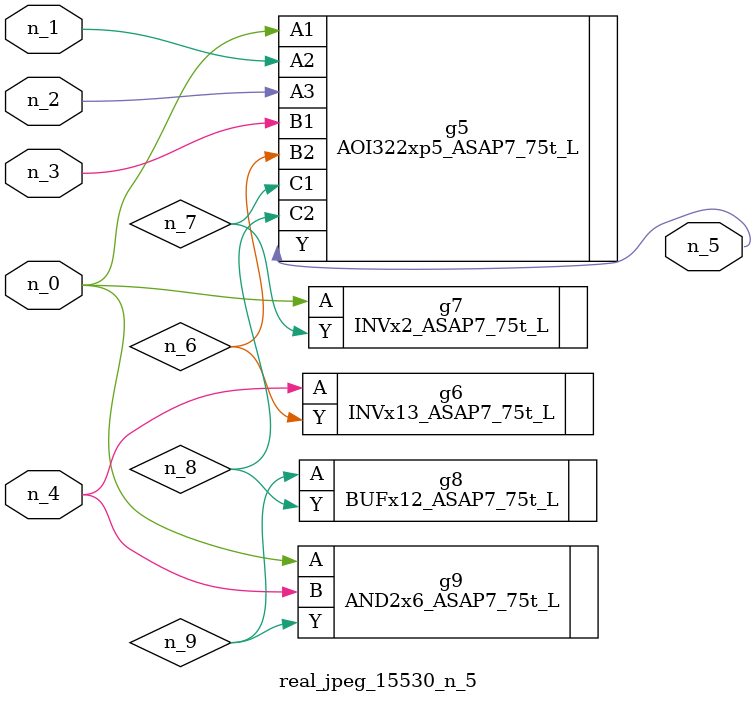
<source format=v>
module real_jpeg_15530_n_5 (n_4, n_0, n_1, n_2, n_3, n_5);

input n_4;
input n_0;
input n_1;
input n_2;
input n_3;

output n_5;

wire n_8;
wire n_6;
wire n_7;
wire n_9;

AOI322xp5_ASAP7_75t_L g5 ( 
.A1(n_0),
.A2(n_1),
.A3(n_2),
.B1(n_3),
.B2(n_6),
.C1(n_7),
.C2(n_8),
.Y(n_5)
);

INVx2_ASAP7_75t_L g7 ( 
.A(n_0),
.Y(n_7)
);

AND2x6_ASAP7_75t_L g9 ( 
.A(n_0),
.B(n_4),
.Y(n_9)
);

INVx13_ASAP7_75t_L g6 ( 
.A(n_4),
.Y(n_6)
);

BUFx12_ASAP7_75t_L g8 ( 
.A(n_9),
.Y(n_8)
);


endmodule
</source>
